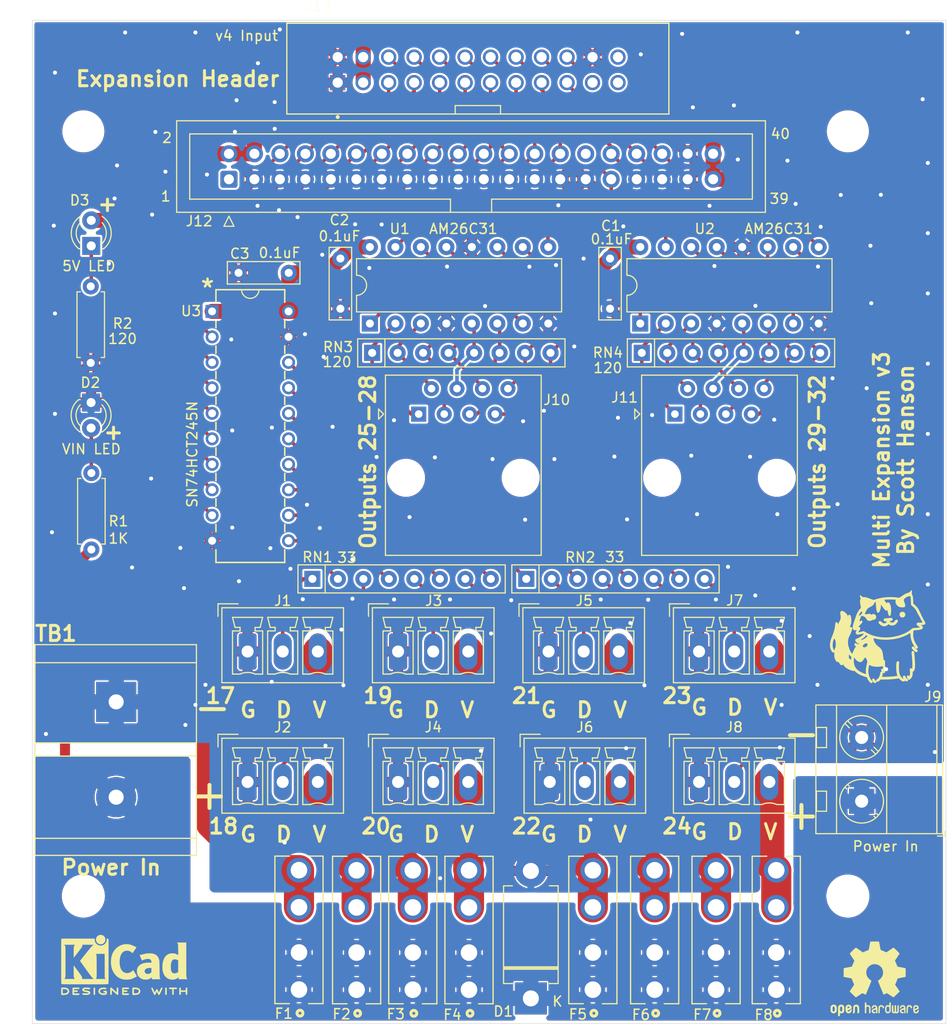
<source format=kicad_pcb>
(kicad_pcb (version 20211014) (generator pcbnew)
  (title_block (title "Multi Expansion") (date "2022-08-14") (rev "v3") (company "Scott Hanson"))
  (layers (0 "F.Cu" signal) (31 "B.Cu" signal) (34 "B.Paste" user) (35 "F.Paste" user) (36 "B.SilkS" user "B.Silkscreen") (37 "F.SilkS" user "F.Silkscreen") (38 "B.Mask" user) (39 "F.Mask" user) (44 "Edge.Cuts" user))
  (net 0 "")
  (net 1 "GND")
  (net 2 "+5V")
  (net 3 "Net-(RN1-Pad4)")
  (net 4 "Net-(RN1-Pad2)")
  (net 5 "Net-(RN2-Pad3)")
  (net 6 "Net-(RN2-Pad1)")
  (net 7 "Net-(RN1-Pad8)")
  (net 8 "Net-(RN1-Pad6)")
  (net 9 "Net-(RN2-Pad7)")
  (net 10 "Net-(RN2-Pad5)")
  (net 11 "VIN1")
  (net 12 "/Output 1-8/VOUT1")
  (net 13 "/Output 1-8/VOUT2")
  (net 14 "/Output 1-8/VOUT3")
  (net 15 "/Output 1-8/VOUT4")
  (net 16 "/Output 1-8/VOUT5")
  (net 17 "/Output 1-8/VOUT6")
  (net 18 "/Output 1-8/VOUT7")
  (net 19 "/Output 1-8/VOUT8")
  (net 20 "/Output 1-8/DOUT1")
  (net 21 "/Output 1-8/DOUT2")
  (net 22 "/Output 1-8/DOUT3")
  (net 23 "/Output 1-8/DOUT4")
  (net 24 "/Output 1-8/DOUT5")
  (net 25 "/Output 1-8/DOUT6")
  (net 26 "/Output 1-8/DOUT7")
  (net 27 "/Output 1-8/DOUT8")
  (net 28 "OUT32")
  (net 29 "OUT24")
  (net 30 "OUT31")
  (net 31 "OUT23")
  (net 32 "OUT30")
  (net 33 "OUT22")
  (net 34 "OUT21")
  (net 35 "OUT20")
  (net 36 "OUT27")
  (net 37 "OUT19")
  (net 38 "OUT26")
  (net 39 "OUT18")
  (net 40 "OUT25")
  (net 41 "OUT17")
  (net 42 "OUT29")
  (net 43 "OUT28")
  (net 44 "/Differential/Serial2_P")
  (net 45 "/Differential/Serial2_N")
  (net 46 "/Differential/Serial1_P")
  (net 47 "/Differential/Serial4_N")
  (net 48 "/Differential/Serial1_N")
  (net 49 "/Differential/Serial4_P")
  (net 50 "/Differential/Serial6_P")
  (net 51 "/Differential/Serial6_N")
  (net 52 "/Differential/Serial5_P")
  (net 53 "/Differential/Serial8_N")
  (net 54 "/Differential/Serial5_N")
  (net 55 "/Differential/Serial8_P")
  (net 56 "/Differential/Serial3_P")
  (net 57 "/Differential/Serial3_N")
  (net 58 "/Differential/Serial7_P")
  (net 59 "/Differential/Serial7_N")
  (net 60 "Net-(D2-Pad2)")
  (net 61 "Net-(D3-Pad1)")
  (footprint "Connector_Phoenix_MC:PhoenixContact_MCV_1,5_3-G-3.5_1x03_P3.50mm_Vertical" (layer "F.Cu") (at 89.1 129.6)
    (fp_text reference "J2")
    (fp_text value "String2")
  )
  (footprint "Connector_Phoenix_MC:PhoenixContact_MCV_1,5_3-G-3.5_1x03_P3.50mm_Vertical" (layer "F.Cu") (at 119.1 116.6)
    (fp_text reference "J5")
    (fp_text value "String5")
  )
  (footprint "Connector_Phoenix_MC:PhoenixContact_MCV_1,5_3-G-3.5_1x03_P3.50mm_Vertical" (layer "F.Cu") (at 119.214342 129.6)
    (fp_text reference "J6")
    (fp_text value "String6")
  )
  (footprint "Connector_Phoenix_MC:PhoenixContact_MCV_1,5_3-G-3.5_1x03_P3.50mm_Vertical" (layer "F.Cu") (at 134.1 116.6)
    (fp_text reference "J7")
    (fp_text value "String7")
  )
  (footprint "Connector_Phoenix_MC:PhoenixContact_MCV_1,5_3-G-3.5_1x03_P3.50mm_Vertical" (layer "F.Cu") (at 134.1 129.6)
    (fp_text reference "J8")
    (fp_text value "String8")
  )
  (footprint "Keystone_Fuse:FUSE_3544-2" (layer "F.Cu") (at 94.2226 144.3386 90)
    (fp_text reference "F1")
    (fp_text value "3544-2")
  )
  (footprint "Keystone_Fuse:FUSE_3544-2" (layer "F.Cu") (at 135.7926 144.3486 90)
    (fp_text reference "F7")
    (fp_text value "3544-2")
  )
  (footprint "Capacitor_THT:C_Rect_L7.0mm_W2.0mm_P5.00mm" (layer "F.Cu") (at 93.201 78.8678 180)
    (fp_text reference "C3")
    (fp_text value "0.1uF")
  )
  (footprint "Keystone_Fuse:FUSE_3544-2" (layer "F.Cu") (at 99.9676 144.3536 90)
    (fp_text reference "F2")
    (fp_text value "3544-2")
  )
  (footprint "Keystone_Fuse:FUSE_3544-2" (layer "F.Cu") (at 129.6726 144.3486 90)
    (fp_text reference "F6")
    (fp_text value "3544-2")
  )
  (footprint "Keystone_Fuse:FUSE_3544-2" (layer "F.Cu") (at 141.7931 144.3486 90)
    (fp_text reference "F8")
    (fp_text value "3544-2")
  )
  (footprint "Keystone_Fuse:FUSE_3544-2" (layer "F.Cu") (at 123.5126 144.3486 90)
    (fp_text reference "F5")
    (fp_text value "3544-2")
  )
  (footprint "Keystone_Fuse:FUSE_3544-2" (layer "F.Cu") (at 105.5676 144.3536 90)
    (fp_text reference "F3")
    (fp_text value "3544-2")
  )
  (footprint "Resistor_THT:R_Array_SIP8" (layer "F.Cu") (at 95.5615 109.3678)
    (fp_text reference "RN1")
    (fp_text value "33")
  )
  (footprint "Keystone_Fuse:FUSE_3544-2" (layer "F.Cu") (at 111.1676 144.3536 90)
    (fp_text reference "F4")
    (fp_text value "3544-2")
  )
  (footprint "Connector_Phoenix_MC:PhoenixContact_MCV_1,5_3-G-3.5_1x03_P3.50mm_Vertical" (layer "F.Cu") (at 89.1 116.6)
    (fp_text reference "J1")
    (fp_text value "String1")
  )
  (footprint "Connector_Phoenix_MC:PhoenixContact_MCV_1,5_3-G-3.5_1x03_P3.50mm_Vertical" (layer "F.Cu") (at 104.1 116.6)
    (fp_text reference "J3")
    (fp_text value "String3")
  )
  (footprint "Connector_Phoenix_MC:PhoenixContact_MCV_1,5_3-G-3.5_1x03_P3.50mm_Vertical" (layer "F.Cu") (at 104.1 129.6)
    (fp_text reference "J4")
    (fp_text value "String4")
  )
  (footprint "Diode_THT:D_DO-201AD_P12.70mm_Horizontal" (layer "F.Cu") (at 117.3326 151.1686 90)
    (fp_text reference "D1")
    (fp_text value "SB5100-T")
  )
  (footprint "Symbol:OSHW-Logo2_9.8x8mm_SilkScreen" (layer "F.Cu") (at 151.601 149.2178)
    (fp_text reference "REF**" hide)
    (fp_text value "OSHW-Logo2_9.8x8mm_SilkScreen" hide)
  )
  (footprint "Resistor_THT:R_Axial_DIN0207_L6.3mm_D2.5mm_P7.62mm_Horizontal" (layer "F.Cu") (at 73.531 98.8178 -90)
    (fp_text reference "R1")
    (fp_text value "1K")
  )
  (footprint "LED_THT:LED_D3.0mm_Clear" (layer "F.Cu") (at 73.517133 76.181833 90)
    (fp_text reference "D3")
    (fp_text value "5V LED")
  )
  (footprint "Resistor_THT:R_Axial_DIN0207_L6.3mm_D2.5mm_P7.62mm_Horizontal" (layer "F.Cu") (at 73.467133 87.841833 90)
    (fp_text reference "R2")
    (fp_text value "120")
  )
  (footprint "SN74HCT245N:SN74HCT245N" (layer "F.Cu") (at 93.185133 105.567833)
    (fp_text reference "U3")
    (fp_text value "SN74HCT245N")
  )
  (footprint "MountingHole:MountingHole_3.7mm" (layer "F.Cu") (at 72.731 140.9698)
    (fp_text reference "REF**")
    (fp_text value "MountingHole_3.7mm")
  )
  (footprint "MountingHole:MountingHole_3.7mm" (layer "F.Cu") (at 148.931 64.7698)
    (fp_text reference "REF**")
    (fp_text value "MountingHole_3.7mm")
  )
  (footprint "Resistor_THT:R_Array_SIP8" (layer "F.Cu") (at 116.876 109.3678)
    (fp_text reference "RN2")
    (fp_text value "33")
  )
  (footprint "Barrier_Blocks:BARRIER_BLOCK_1ROW_2POS_P9.5MM" (layer "F.Cu") (at 67.901 115.9178 -90)
    (fp_text reference "TB1")
    (fp_text value "Power In")
  )
  (footprint "LED_THT:LED_D3.0mm_Clear" (layer "F.Cu") (at 73.501 91.7928 -90)
    (fp_text reference "D2")
    (fp_text value "VIN LED")
  )
  (footprint "Symbol:KiCad-Logo2_5mm_SilkScreen" (layer "F.Cu") (at 76.801 147.8178)
    (fp_text reference "REF**" hide)
    (fp_text value "KiCad-Logo2_5mm_SilkScreen" hide)
  )
  (footprint "Package_DIP:DIP-16_W7.62mm" (layer "F.Cu") (at 101.290867 83.917767 90)
    (fp_text reference "U1")
    (fp_text value "AM26C31")
  )
  (footprint "Capacitor_THT:C_Rect_L7.0mm_W2.0mm_P5.00mm" (layer "F.Cu") (at 98.351 77.4428 -90)
    (fp_text reference "C2")
    (fp_text value "0.1uF")
  )
  (footprint "Capacitor_THT:C_Rect_L7.0mm_W2.0mm_P5.00mm" (layer "F.Cu") (at 125.226 77.4428 -90)
    (fp_text reference "C1")
    (fp_text value "0.1uF")
  )
  (footprint "Package_DIP:DIP-16_W7.62mm" (layer "F.Cu") (at 128.239 83.917767 90)
    (fp_text reference "U2")
    (fp_text value "AM26C31")
  )
  (footprint "Resistor_THT:R_Array_SIP8" (layer "F.Cu") (at 101.515867 86.842767)
    (fp_text reference "RN3")
    (fp_text value "120")
  )
  (footprint "Resistor_THT:R_Array_SIP8" (layer "F.Cu") (at 128.390867 86.842767)
    (fp_text reference "RN4")
    (fp_text value "120")
  )
  (footprint "Scotts:RJ45_Amphenol_54602-x08_Horizontal" (layer "F.Cu") (at 131.689 92.942767)
    (fp_text reference "J11")
    (fp_text value "RJ45")
  )
  (footprint "Scotts:RJ45_Amphenol_54602-x08_Horizontal" (layer "F.Cu") (at 106.158367 92.942767)
    (fp_text reference "J10")
    (fp_text value "RJ45")
  )
  (footprint "TerminalBlock_MetzConnect:TerminalBlock_MetzConnect_Type701_RT11L02HGLU_1x02_P6.35mm_Horizontal" (layer "F.Cu") (at 150.301 131.5178 90)
    (fp_text reference "J9")
    (fp_text value "Power In")
  )
  (footprint "Connector_IDC:IDC-Header_2x20_P2.54mm_Vertical" (layer "F.Cu") (at 87.241 69.5453 90)
    (fp_text reference "J12")
    (fp_text value "Expansion Header")
  )
  (footprint "302-S241:OST_302-S241" (layer "F.Cu") (at 112.051 58.6428)
    (fp_text reference "J13")
    (fp_text value "v4 Input")
  )
  (footprint "Scotts:chewi_15" (layer "F.Cu") (at 151.691 113.9678)
    (fp_text reference "G***")
    (fp_text value "LOGO" hide)
  )
  (footprint "MountingHole:MountingHole_3.7mm" (layer "F.Cu") (at 148.931 140.9698)
    (fp_text reference "REF**")
    (fp_text value "MountingHole_3.7mm")
  )
  (footprint "MountingHole:MountingHole_3.7mm" (layer "F.Cu") (at 72.731 64.7698)
    (fp_text reference "REF**")
    (fp_text value "MountingHole_3.7mm")
  )
  (gr_line (start 158.701 153.6698) (end 158.701 53.7) (layer "Edge.Cuts") (width 0.05))
  (gr_line (start 67.651 53.7) (end 67.651 153.6698) (layer "Edge.Cuts") (width 0.05))
  (gr_line (start 158.701 53.7) (end 67.651 53.7) (layer "Edge.Cuts") (width 0.05))
  (gr_line (start 158.701 153.6698) (end 67.651 153.6698) (layer "Edge.Cuts") (width 0.05))
  (gr_text "G" (at 103.886 134.828) (layer "F.SilkS") (effects (font (size 1.5 1.5) (thickness 0.3))))
  (gr_text "D" (at 122.682 134.828) (layer "F.SilkS") (effects (font (size 1.5 1.5) (thickness 0.3))))
  (gr_text "G" (at 119.126 134.828) (layer "F.SilkS") (effects (font (size 1.5 1.5) (thickness 0.3))))
  (gr_text "D" (at 137.668 134.574) (layer "F.SilkS") (effects (font (size 1.5 1.5) (thickness 0.3))))
  (gr_text "D" (at 107.442 134.828) (layer "F.SilkS") (effects (font (size 1.5 1.5) (thickness 0.3))))
  (gr_text "V" (at 96.266 134.828) (layer "F.SilkS") (effects (font (size 1.5 1.5) (thickness 0.3))))
  (gr_text "G" (at 134.112 134.574) (layer "F.SilkS") (effects (font (size 1.5 1.5) (thickness 0.3))))
  (gr_text "V" (at 110.998 134.828) (layer "F.SilkS") (effects (font (size 1.5 1.5) (thickness 0.3))))
  (gr_text "G" (at 89.154 134.828) (layer "F.SilkS") (effects (font (size 1.5 1.5) (thickness 0.3))))
  (gr_text "D" (at 92.71 134.828) (layer "F.SilkS") (effects (font (size 1.5 1.5) (thickness 0.3))))
  (gr_text "V" (at 141.224 134.574) (layer "F.SilkS") (effects (font (size 1.5 1.5) (thickness 0.3))))
  (gr_text "V" (at 126.238 134.828) (layer "F.SilkS") (effects (font (size 1.5 1.5) (thickness 0.3))))
  (gr_text "D" (at 92.71 122.428) (layer "F.SilkS") (effects (font (size 1.5 1.5) (thickness 0.3))))
  (gr_text "G" (at 89.154 122.428) (layer "F.SilkS") (effects (font (size 1.5 1.5) (thickness 0.3))))
  (gr_text "V" (at 96.266 122.428) (layer "F.SilkS") (effects (font (size 1.5 1.5) (thickness 0.3))))
  (gr_text "${TITLE} ${REVISION}\nBy ${COMPANY}" (at 153.501 97.5178 90) (layer "F.SilkS") (effects (font (size 1.5 1.5) (thickness 0.3))))
  (gr_text "22" (at 116.901 134.0178) (layer "F.SilkS") (effects (font (size 1.5 1.5) (thickness 0.3))))
  (gr_text "18" (at 86.701 134.0178) (layer "F.SilkS") (effects (font (size 1.5 1.5) (thickness 0.3))))
  (gr_text "2" (at 81.075133 65.4178) (layer "F.SilkS") (effects (font (size 1 1))))
  (gr_text "40" (at 142.201 65.0178) (layer "F.SilkS") (effects (font (size 1 1))))
  (gr_text "1" (at 80.945133 71.2478) (layer "F.SilkS") (effects (font (size 1 1))))
  (gr_text "39" (at 142.091 71.4878) (layer "F.SilkS") (effects (font (size 1 1))))
  (gr_text "-" (at 144.301 124.7178) (layer "F.SilkS") (effects (font (size 3 3) (thickness 0.4))))
  (gr_text "+" (at 144.301 132.8178) (layer "F.SilkS") (effects (font (size 3 3) (thickness 0.4))))
  (gr_text "+" (at 75.135133 71.987833) (layer "F.SilkS") (effects (font (size 1.5 1.5) (thickness 0.3))))
  (gr_text "20" (at 101.901 134.0178) (layer "F.SilkS") (effects (font (size 1.5 1.5) (thickness 0.3))))
  (gr_text "D" (at 137.668 122.174) (layer "F.SilkS") (effects (font (size 1.5 1.5) (thickness 0.3))))
  (gr_text "+" (at 85.301 130.8178) (layer "F.SilkS") (effects (font (size 3 3) (thickness 0.4))))
  (gr_text "G" (at 119.126 122.428) (layer "F.SilkS") (effects (font (size 1.5 1.5) (thickness 0.3))))
  (gr_text "Outputs 25-28" (at 101.090867 97.692767 90) (layer "F.SilkS") (effects (font (size 1.5 1.5) (thickness 0.3))))
  (gr_text "24" (at 131.901 134.0178) (layer "F.SilkS") (effects (font (size 1.5 1.5) (thickness 0.3))))
  (gr_text "V" (at 141.224 122.174) (layer "F.SilkS") (effects (font (size 1.5 1.5) (thickness 0.3))))
  (gr_text "19" (at 102.101 121.0178) (layer "F.SilkS") (effects (font (size 1.5 1.5) (thickness 0.3))))
  (gr_text "Outputs 29-32" (at 145.890867 97.692767 90) (layer "F.SilkS") (effects (font (size 1.5 1.5) (thickness 0.3))))
  (gr_text "-" (at 85.601 122.1178) (layer "F.SilkS") (effects (font (size 3 3) (thickness 0.4))))
  (gr_text "21" (at 116.901 121.0178) (layer "F.SilkS") (effects (font (size 1.5 1.5) (thickness 0.3))))
  (gr_text "17" (at 86.401 121.0178) (layer "F.SilkS") (effects (font (size 1.5 1.5) (thickness 0.3))))
  (gr_text "+" (at 75.631 94.8228 90) (layer "F.SilkS") (effects (font (size 1.5 1.5) (thickness 0.3))))
  (gr_text "23" (at 131.901 121.0178) (layer "F.SilkS") (effects (font (size 1.5 1.5) (thickness 0.3))))
  (gr_text "D" (at 122.682 122.428) (layer "F.SilkS") (effects (font (size 1.5 1.5) (thickness 0.3))))
  (gr_text "G" (at 103.886 122.428) (layer "F.SilkS") (effects (font (size 1.5 1.5) (thickness 0.3))))
  (gr_text "V" (at 110.998 122.428) (layer "F.SilkS") (effects (font (size 1.5 1.5) (thickness 0.3))))
  (gr_text "V" (at 126.238 122.428) (layer "F.SilkS") (effects (font (size 1.5 1.5) (thickness 0.3))))
  (gr_text "G" (at 134.112 122.174) (layer "F.SilkS") (effects (font (size 1.5 1.5) (thickness 0.3))))
  (gr_text "D" (at 107.442 122.428) (layer "F.SilkS") (effects (font (size 1.5 1.5) (thickness 0.3))))
  (via (at 122.591 77.4478) (size 0.8) (drill 0.4) (layers "F.Cu" "B.Cu") (net 1))
  (via (at 93.371 108.3578) (size 0.8) (drill 0.4) (layers "F.Cu" "B.Cu") (net 1))
  (via (at 117.191 78.2578) (size 0.8) (drill 0.4) (layers "F.Cu" "B.Cu") (net 1))
  (via (at 145.121 115.0618) (size 0.8) (drill 0.4) (layers "F.Cu" "B.Cu") (net 1))
  (via (at 79.911 64.8278) (size 0.8) (drill 0.4) (layers "F.Cu" "B.Cu") (net 1))
  (via (at 129.421 93.0378) (size 0.8) (drill 0.4) (layers "F.Cu" "B.Cu") (net 1))
  (via (at 96.541 77.0678) (size 0.8) (drill 0.4) (layers "F.Cu" "B.Cu") (net 1))
  (via (at 157.601 126.6178) (size 0.8) (drill 0.4) (layers "F.Cu" "B.Cu") (net 1))
  (via (at 156.901 94.9178) (size 0.8) (drill 0.4) (layers "F.Cu" "B.Cu") (net 1))
  (via (at 123.277 133.3498) (size 0.8) (drill 0.4) (layers "F.Cu" "B.Cu") (net 1))
  (via (at 84.901 119.9178) (size 0.8) (drill 0.4) (layers "F.Cu" "B.Cu") (net 1))
  (via (at 79.585133 73.067833) (size 0.8) (drill 0.4) (layers "F.Cu" "B.Cu") (net 1))
  (via (at 96.681 87.2378) (size 0.8) (drill 0.4) (layers "F.Cu" "B.Cu") (net 1))
  (via (at 90.091 72.1878) (size 0.8) (drill 0.4) (layers "F.Cu" "B.Cu") (net 1))
  (via (at 156.901 102.9178) (size 0.8) (drill 0.4) (layers "F.Cu" "B.Cu") (net 1))
  (via (at 147.401 89.3778) (size 0.8) (drill 0.4) (layers "F.Cu" "B.Cu") (net 1))
  (via (at 87.571 104.2578) (size 0.8) (drill 0.4) (layers "F.Cu" "B.Cu") (net 1))
  (via (at 88.241 109.5978) (size 0.8) (drill 0.4) (layers "F.Cu" "B.Cu") (net 1))
  (via (at 137.961 67.5778) (size 0.8) (drill 0.4) (layers "F.Cu" "B.Cu") (net 1))
  (via (at 83.901 54.9178) (size 0.8) (drill 0.4) (layers "F.Cu" "B.Cu") (net 1))
  (via (at 116.761 103.4678) (size 0.8) (drill 0.4) (layers "F.Cu" "B.Cu") (net 1))
  (via (at 88.001 61.6678) (size 0.8) (drill 0.4) (layers "F.Cu" "B.Cu") (net 1))
  (via (at 142.151 126.1678) (size 0.8) (drill 0.4) (layers "F.Cu" "B.Cu") (net 1))
  (via (at 80.911 68.7878) (size 0.8) (drill 0.4) (layers "F.Cu" "B.Cu") (net 1))
  (via (at 148.221 71.1078) (size 0.8) (drill 0.4) (layers "F.Cu" "B.Cu") (net 1))
  (via (at 99.551 111.3428) (size 0.8) (drill 0.4) (layers "F.Cu" "B.Cu") (net 1))
  (via (at 152.741 118.3638) (size 0.8) (drill 0.4) (layers "F.Cu" "B.Cu") (net 1))
  (via (at 108.291 139.1918) (size 0.8) (drill 0.4) (layers "F.Cu" "B.Cu") (net 1))
  (via (at 135.631 78.1878) (size 0.8) (drill 0.4) (layers "F.Cu" "B.Cu") (net 1))
  (via (at 76.901 54.9178) (size 0.8) (drill 0.4) (layers "F.Cu" "B.Cu") (net 1))
  (via (at 82.901 123.9178) (size 0.8) (drill 0.4) (layers "F.Cu" "B.Cu") (net 1))
  (via (at 145.901 119.9178) (size 0.8) (drill 0.4) (layers "F.Cu" "B.Cu") (net 1))
  (via (at 112.355 126.4918) (size 0.8) (drill 0.4) (layers "F.Cu" "B.Cu") (net 1))
  (via (at 103.701 111.4178) (size 0.8) (drill 0.4) (layers "F.Cu" "B.Cu") (net 1))
  (via (at 87.841 64.8178) (size 0.8) (drill 0.4) (layers "F.Cu" "B.Cu") (net 1))
  (via (at 91.521 94.2878) (size 0.8) (drill 0.4) (layers "F.Cu" "B.Cu") (net 1))
  (via (at 126.011 93.3078) (size 0.8) (drill 0.4) (layers "F.Cu" "B.Cu") (net 1))
  (via (at 127.251 113.7678) (size 0.8) (drill 0.4) (layers "F.Cu" "B.Cu") (net 1))
  (via (at 156.901 80.9178) (size 0.8) (drill 0.4) (layers "F.Cu" "B.Cu") (net 1))
  (via (at 151.181 76.1678) (size 0.8) (drill 0.4) (layers "F.Cu" "B.Cu") (net 1))
  (via (at 69.601 104.7178) (size 0.8) (drill 0.4) (layers "F.Cu" "B.Cu") (net 1))
  (via (at 94.821 84.9778) (size 0.8) (drill 0.4) (layers "F.Cu" "B.Cu") (net 1))
  (via (at 156.901 74.9178) (size 0.8) (drill 0.4) (layers "F.Cu" "B.Cu") (net 1))
  (via (at 75.845133 71.457833) (size 0.8) (drill 0.4) (layers "F.Cu" "B.Cu") (net 1))
  (via (at 124.301 111.4178) (size 0.8) (drill 0.4) (layers "F.Cu" "B.Cu") (net 1))
  (via (at 133.481 62.3778) (size 0.8) (drill 0.4) (layers "F.Cu" "B.Cu") (net 1))
  (via (at 119.841 78.0978) (size 0.8) (drill 0.4) (layers "F.Cu" "B.Cu") (net 1))
  (via (at 143.901 54.9178) (size 0.8) (drill 0.4) (layers "F.Cu" "B.Cu") (net 1))
  (via (at 69.785133 74.167833) (size 0.8) (drill 0.4) (layers "F.Cu" "B.Cu") (net 1))
  (via (at 142.327 113.5378) (size 0.8) (drill 0.4) (layers "F.Cu" "B.Cu") (net 1))
  (via (at 119.681 97.4278) (size 0.8) (drill 0.4) (layers "F.Cu" "B.Cu") (net 1))
  (via (at 69.901 82.9178) (size 0.8) (drill 0.4) (layers "F.Cu" "B.Cu") (net 1))
  (via (at 150.8005 90.368618) (size 0.8) (drill 0.4) (layers "F.Cu" "B.Cu") (net 1))
  (via (at 90.131 57.9778) (size 0.8) (drill 0.4) (layers "F.Cu" "B.Cu") (net 1))
  (via (at 139.721 82.1578) (size 0.8) (drill 0.4) (layers "F.Cu" "B.Cu") (net 1))
  (via (at 92.231 72.6278) (size 0.8) (drill 0.4) (layers "F.Cu" "B.Cu") (net 1))
  (via (at 91.801 61.8578) (size 0.8) (drill 0.4) (layers "F.Cu" "B.Cu") (net 1))
  (via (at 151.261 81.8978) (size 0.8) (drill 0.4) (layers "F.Cu" "B.Cu") (net 1))
  (via (at 133.321 97.0878) (size 0.8) (drill 0.4) (layers "F.Cu" "B.Cu") (net 1))
  (via (at 126.921 103.4378) (size 0.8) (drill 0.4) (layers "F.Cu" "B.Cu") (net 1))
  (via (at 146.221 74.2778) (size 0.8) (drill 0.4) (layers "F.Cu" "B.Cu") (net 1))
  (via (at 103.691 93.5578) (size 0.8) (drill 0.4) (layers "F.Cu" "B.Cu") (net 1))
  (via (at 133.901 102.9178) (size 0.8) (drill 0.4) (layers "F.Cu" "B.Cu") (net 1))
  (via (at 105.241 103.2078) (size 0.8) (drill 0.4) (layers "F.Cu" "B.Cu") (net 1))
  (via (at 126.551 74.2378) (size 0.8) (drill 0.4) (layers "F.Cu" "B.Cu") (net 1))
  (via (at 129.026 111.4428) (size 0.8) (drill 0.4) (layers "F.Cu" "B.Cu") (net 1))
  (via (at 82.761 110.2878) (size 0.8) (drill 0.4) (layers "F.Cu" "B.Cu") (net 1))
  (via (at 141.591 93.4978) (size 0.8) (drill 0.4) (layers "F.Cu" "B.Cu") (net 1))
  (via (at 146.186108 96.456103) (size 0.8) (drill 0.4) (layers "F.Cu" "B.Cu") (net 1))
  (via (at 91.371 106.3078) (size 0.8) (drill 0.4) (layers "F.Cu" "B.Cu") (net 1))
  (via (at 98.651 119.9678) (size 0.8) (drill 0.4) (layers "F.Cu" "B.Cu") (net 1))
  (via (at 132.411 55.0578) (size 0.8) (drill 0.4) (layers "F.Cu" "B.Cu") (net 1))
  (via (at 109.276 111.4178) (size 0.8) (drill 0.4) (layers "F.Cu" "B.Cu") (net 1))
  (via (at 118.635 92.6128) (size 0.8) (drill 0.4) (layers "F.Cu" "B.Cu") (net 1))
  (via (at 82.401 106.2778) (size 0.8) (drill 0.4) (layers "F.Cu" "B.Cu") (net 1))
  (via (at 92.797 135.6358) (size 0.8) (drill 0.4) (layers "F.Cu" "B.Cu") (net 1))
  (via (at 96.861 125.9838) (size 0.8) (drill 0.4) (layers "F.Cu" "B.Cu") (net 1))
  (via (at 83.901 121.9178) (size 0.8) (drill 0.4) (layers "F.Cu" "B.Cu") (net 1))
  (via (at 142.327 121.9198) (size 0.8) (drill 0.4) (layers "F.Cu" "B.Cu") (net 1))
  (via (at 139.181 97.1978) (size 0.8) (drill 0.4) (layers "F.Cu" "B.Cu") (net 1))
  (via (at 128.291 57.0978) (size 0.8) (drill 0.4) (layers "F.Cu" "B.Cu") (net 1))
  (via (at 113.511 97.4278) (size 0.8) (drill 0.4) (layers "F.Cu" "B.Cu") (net 1))
  (via (at 156.901 87.9178) (size 0.8) (drill 0.4) (layers "F.Cu" "B.Cu") (net 1))
  (via (at 69.001 124.8178) (size 0.8) (drill 0.4) (layers "F.Cu" "B.Cu") (net 1))
  (via (at 137.571 62.1878) (size 0.8) (drill 0.4) (layers "F.Cu" "B.Cu") (net 1))
  (via (at 143.541 110.3278) (size 0.8) (drill 0.4) (layers "F.Cu" "B.Cu") (net 1))
  (via (at 102.461 74.0478) (size 0.8) (drill 0.4) (layers "F.Cu" "B.Cu") (net 1))
  (via (at 152.217133 71.091833) (size 0.8) (drill 0.4) (layers "F.Cu" "B.Cu") (net 1))
  (via (at 145.951 78.2478) (size 0.8) (drill 0.4) (layers "F.Cu" "B.Cu") (net 1))
  (via (at 116.561 93.6578) (size 0.8) (drill 0.4) (layers "F.Cu" "B.Cu") (net 1))
  (via (at 156.385133 61.567833) (size 0.8) (drill 0.4) (layers "F.Cu" "B.Cu") (net 1))
  (via (at 143.721 71.9978) (size 0.8) (drill 0.4) (layers "F.Cu" "B.Cu") (net 1))
  (via (at 139.701 111.0178) (size 0.8) (drill 0.4) (layers "F.Cu" "B.Cu") (net 1))
  (via (at 108.981 78.2478) (size 0.8) (drill 0.4) (layers "F.Cu" "B.Cu") (net 1))
  (via (at 92.311 54.6178) (size 0.8) (drill 0.4) (layers "F.Cu" "B.Cu") (net 1))
  (via (at 112.771 82.1778) (size 0.8) (drill 0.4) (layers "F.Cu" "B.Cu") (net 1))
  (via (at 99.541 107.4178) (size 0.8) (drill 0.4) (layers "F.Cu" "B.Cu") (net 1))
  (via (at 96.301 104.2978) (size 0.8) (drill 0.4) (layers "F.Cu" "B.Cu") (net 1))
  (via (at 91.501 119.6178) (size 0.8) (drill 0.4) (layers "F.Cu" "B.Cu") (net 1))
  (via (at 120.071 72.1378) (size 0.8) (drill 0.4) (layers "F.Cu" "B.Cu") (net 1))
  (via (at 147.901 101.9178) (size 0.8) (drill 0.4) (layers "F.Cu" "B.Cu") (net 1))
  (via (at 121.661 86.2078) (size 0.8) (drill 0.4) (layers "F.Cu" "B.Cu") (net 1))
  (via (at 101.961 97.2178) (size 0.8) (drill 0.4) (layers "F.Cu" "B.Cu") (net 1))
  (via (at 101.231 78.3878) (size 0.8) (drill 0.4) (layers "F.Cu" "B.Cu") (net 1))
  (via (at 87.571 94.5778) (size 0.8) (drill 0.4) (layers "F.Cu" "B.Cu") (net 1))
  (via (at 113.371 114.8078) (size 0.8) (drill 0.4) (layers "F.Cu" "B.Cu") (net 1))
  (via (at 76.091 68.1678) (size 0.8) (drill 0.4) (layers "F.Cu" "B.Cu") (net 1))
  (via (at 156.901 109.9178) (size 0.8) (drill 0.4) (layers "F.Cu" "B.Cu") (net 1))
  (via (at 126.833 126.2378) (size 0.8) (drill 0.4) (layers "F.Cu" "B.Cu") (net 1))
  (via (at 142.911 67.6878) (size 0.8) (drill 0.4) (layers "F.Cu" "B.Cu") (net 1))
  (via (at 125.661 97.1778) (size 0.8) (drill 0.4) (layers "F.Cu" "B.Cu") (net 1))
  (via (at 91.801 64.5178) (size 0.8) (drill 0.4) (layers "F.Cu" "B.Cu") (net 1))
  (via (at 135.141 72.1878) (size 0.8) (drill 0.4) (layers "F.Cu" "B.Cu") (net 1))
  (via (at 94.601 111.3928) (size 0.8) (drill 0.4) (layers "F.Cu" "B.Cu") (net 1))
  (via (at 69.901 58.9178) (size 0.8) (drill 0.4) (layers "F.Cu" "B.Cu") (net 1))
  (via (at 95.021 101.9778) (size 0.8) (drill 0.4) (layers "F.Cu" "B.Cu") (net 1))
  (via (at 115.376 111.4928) (size 0.8) (drill 0.4) (layers "F.Cu" "B.Cu") (net 1))
  (via (at 107.771 97.2578) (size 0.8) (drill 0.4) (layers "F.Cu" "B.Cu") (net 1))
  (via (at 85.051 69.0778) (size 0.8) (drill 0.4) (layers "F.Cu" "B.Cu") (net 1))
  (via (at 75.275133 77.937833) (size 0.8) (drill 0.4) (layers "F.Cu" "B.Cu") (net 1))
  (via (at 128.651 119.9678) (size 0.8) (drill 0.4) (layers "F.Cu" "B.Cu") (net 1))
  (via (at 98.451 114.4178) (size 0.8) (drill 0.4) (layers "F.Cu" "B.Cu") (net 1))
  (via (at 154.901 54.9178) (size 0.8) (drill 0.4) (layers "F.Cu" "B.Cu") (net 1))
  (via (at 156.901 119.9178) (size 0.8) (drill 0.4) (layers "F.Cu" "B.Cu") (net 1))
  (via (at 135.776 111.4178) (size 0.8) (drill 0.4) (layers "F.Cu" "B.Cu") (net 1))
  (via (at 79.485133 99.367833) (size 0.8) (drill 0.4) (layers "F.Cu" "B.Cu") (net 1))
  (via (at 87.475133 85.507833) (size 0.8) (drill 0.4) (layers "F.Cu" "B.Cu") (net 1))
  (via (at 77.585133 108.227833) (size 0.8) (drill 0.4) (layers "F.Cu" "B.Cu") (net 1))
  (via (at 94.081 73.3178) (size 0.8) (drill 0.4) (layers "F.Cu" "B.Cu") (net 1))
  (via (at 69.901 92.9178) (size 0.8) (drill 0.4) (layers "F.Cu" "B.Cu") (net 1))
  (via (at 99.821 74.0278) (size 0.8) (drill 0.4) (layers "F.Cu" "B.Cu") (net 1))
  (via (at 97.571 94.2078) (size 0.8) (drill 0.4) (layers "F.Cu" "B.Cu") (net 1))
  (via (at 156.901 67.9178) (size 0.8) (drill 0.4) (layers "F.Cu" "B.Cu") (net 1))
  (via (at 136.982867 108.162767) (size 0.8) (drill 0.4) (layers "F.Cu" "B.Cu") (net 1))
  (via (at 141.901 102.9178) (size 0.8) (drill 0.4) (layers "F.Cu" "B.Cu") (net 1))
  (segment (start 119.214342 129.6) (end 117.4426 131.371742) (width 3) (layer "B.Cu") (net 1))
  (segment (start 117.4426 131.371742) (end 117.4426 138.3586) (width 3) (layer "B.Cu") (net 1))
  (segment (start 117.4426 138.3586) (end 117.3326 138.4686) (width 3) (layer "B.Cu") (net 1))
  (segment (start 96.926 78.8678) (end 93.201 78.8678) (width 1.5) (layer "F.Cu") (net 2))
  (segment (start 89.685133 84.680133) (end 91.657433 82.707833) (width 1.5) (layer "F.Cu") (net 2))
  (segment (start 123.376 94.1928) (end 123.376 79.2928) (width 1.5) (layer "F.Cu") (net 2))
  (segment (start 98.351 77.4428) (end 96.926 78.8678) (width 1.5) (layer "F.Cu") (net 2))
  (segment (start 144.0035 69.5453) (end 135.501 69.5453) (width 1.5) (layer "F.Cu") (net 2))
  (segment (start 91.657433 82.707833) (end 93.185133 82.707833) (width 1.5) (layer "F.Cu") (net 2))
  (segment (start 149.351 91.2428) (end 149.351 74.8928) (width 1.5) (layer "F.Cu") (net 2))
  (segment (start 149.351 74.8928) (end 144.0035 69.5453) (width 1.5) (layer "F.Cu") (net 2))
  (segment (start 77.435133 104.017833) (end 77.435133 69.817833) (width 1.5) (layer "F.Cu") (net 2))
  (segment (start 89.685133 84.680133) (end 89.685133 105.467833) (width 1.5) (layer "F.Cu") (net 2))
  (segment (start 81.845133 108.427833) (end 77.435133 104.017833) (width 1.5) (layer "F.Cu") (net 2))
  (segment (start 87.712833 82.707833) (end 89.685133 84.680133) (width 1.5) (layer "F.Cu") (net 2))
  (segment (start 129.211 55.0078) (end 100.411 55.0078) (width 1.5) (layer "F.Cu") (net 2))
  (segment (start 101.525 95.3928) (end 122.176 95.3928) (width 1.5) (layer "F.Cu") (net 2))
  (segment (start 98.765 92.6328) (end 101.525 95.3928) (width 1.5) (layer "F.Cu") (net 2))
  (segment (start 99.496033 76.297767) (end 98.351 77.4428) (width 1.5) (layer "F.Cu") (net 2))
  (segment (start 100.621 55.2178) (end 100.411 55.0078) (width 1.5) (layer "F.Cu") (net 2))
  (segment (start 89.781 61.0478) (end 89.781 67.0053) (width 1.5) (layer "F.Cu") (net 2))
  (segment (start 98.765 86.3568) (end 98.765 92.6328) (width 1.5) (layer "F.Cu") (net 2))
  (segment (start 93.201 78.8678) (end 93.201 82.691966) (width 1.5) (layer "F.Cu") (net 2))
  (segment (start 85.565133 82.707833) (end 87.712833 82.707833) (width 1.5) (layer "F.Cu") (net 2))
  (segment (start 135.501 69.5453) (end 135.501 67.0053) (width 1.5) (layer "F.Cu") (net 2))
  (segment (start 93.201 82.691966) (end 93.185133 82.707833) (width 1.5) (layer "F.Cu") (net 2))
  (segment (start 77.435133 69.817833) (end 80.247666 67.0053) (width 1.5) (layer "F.Cu") (net 2))
  (segment (start 93.185133 82.707833) (end 95.116033 82.707833) (width 1.5) (layer "F.Cu") (net 2))
  (segment (start 80.247666 67.0053) (end 87.241 67.0053) (width 1.5) (layer "F.Cu") (net 2))
  (segment (start 100.411 55.0078) (end 95.821 55.0078) (width 1.5) (layer "F.Cu") (net 2))
  (segment (start 100.621 59.9128) (end 100.621 57.3728) (width 1.5) (layer "F.Cu") (net 2))
  (segment (start 73.517133 73.641833) (end 76.989819 73.641833) (width 1.5) (layer "F.Cu") (net 2))
  (segment (start 122.176 95.3928) (end 123.376 94.1928) (width 1.5) (layer "F.Cu") (net 2))
  (segment (start 123.376 79.2928) (end 125.226 77.4428) (width 1.5) (layer "F.Cu") (net 2))
  (segment (start 101.290867 76.297767) (end 99.496033 76.297767) (width 1.5) (layer "F.Cu") (net 2))
  (segment (start 126.371033 76.297767) (end 125.226 77.4428) (width 1.5) (layer "F.Cu") (net 2))
  (segment (start 89.685133 105.467833) (end 86.725133 108.427833) (width 1.5) (layer "F.Cu") (net 2))
  (segment (start 128.239 76.297767) (end 126.371033 76.297767) (width 1.5) (layer "F.Cu") (net 2))
  (segment (start 145.201 95.3928) (end 149.351 91.2428) (width 1.5) (layer "F.Cu") (net 2))
  (segment (start 86.725133 108.427833) (end 81.845133 108.427833) (width 1.5) (layer "F.Cu") (net 2))
  (segment (start 100.621 57.3728) (end 100.621 55.2178) (width 1.5) (layer "F.Cu") (net 2))
  (segment (start 122.176 95.3928) (end 145.201 95.3928) (width 1.5) (layer "F.Cu") (net 2))
  (segment (start 135.501 61.2978) (end 129.211 55.0078) (width 1.5) (layer "F.Cu") (net 2))
  (segment (start 95.821 55.0078) (end 89.781 61.0478) (width 1.5) (layer "F.Cu") (net 2))
  (segment (start 95.116033 82.707833) (end 98.765 86.3568) (width 1.5) (layer "F.Cu") (net 2))
  (segment (start 135.501 67.0053) (end 135.501 61.2978) (width 1.5) (layer "F.Cu") (net 2))
  (segment (start 89.781 67.0053) (end 87.241 67.0053) (width 1.5) (layer "F.Cu") (net 2))
  (segment (start 103.1815 109.3678) (end 103.050876 109.3678) (width 0.35) (layer "F.Cu") (net 3))
  (segment (start 96.710909 103.027833) (end 93.185133 103.027833) (width 0.35) (layer "F.Cu") (net 3))
  (segment (start 103.050876 109.3678) (end 96.710909 103.027833) (width 0.35) (layer "F.Cu") (net 3))
  (segment (start 94.301533 105.567833) (end 93.185133 105.567833) (width 0.35) (layer "F.Cu") (net 4))
  (segment (start 98.1015 109.3678) (end 94.301533 105.567833) (width 0.35) (layer "F.Cu") (net 4))
  (segment (start 95.085133 96.529283) (end 104.423151 105.867301) (width 0.35) (layer "F.Cu") (net 5))
  (segment (start 93.185133 92.867833) (end 95.085133 94.767833) (width 0.35) (layer "F.Cu") (net 5))
  (segment (start 104.423151 105.867301) (end 118.455501 105.867301) (width 0.35) (layer "F.Cu") (net 5))
  (segment (start 95.085133 94.767833) (end 95.085133 96.529283) (width 0.35) (layer "F.Cu") (net 5))
  (segment (start 118.455501 105.867301) (end 121.956 109.3678) (width 0.35) (layer "F.Cu") (net 5))
  (segment (start 116.876 109.3678) (end 113.925002 106.416802) (width 0.35) (layer "F.Cu") (net 6))
  (segment (start 113.925002 106.416802) (end 104.194102 106.416802) (width 0.35) (layer "F.Cu") (net 6))
  (segment (start 104.194102 106.416802) (end 93.185133 95.407833) (width 0.35) (layer "F.Cu") (net 6))
  (segment (start 110.940003 106.966303) (end 113.3415 109.3678) (width 0.35) (layer "F.Cu") (net 7))
  (segment (start 102.203603 106.966303) (end 110.940003 106.966303) (width 0.35) (layer "F.Cu") (net 7))
  (segment (start 93.185133 97.947833) (end 102.203603 106.966303) (width 0.35) (layer "F.Cu") (net 7))
  (segment (start 94.948021 100.487833) (end 101.975992 107.515804) (width 0.35) (layer "F.Cu") (net 8))
  (segment (start 93.185133 100.487833) (end 94.948021 100.487833) (width 0.35) (layer "F.Cu") (net 8))
  (segment (start 101.975992 107.515804) (end 106.409504 107.515804) (width 0.35) (layer "F.Cu") (net 8))
  (segment (start 106.409504 107.515804) (end 108.2615 109.3678) (width 0.35) (layer "F.Cu") (net 8))
  (segment (start 104.703594 104.5928) (end 96.185155 96.074361) (width 0.35) (layer "F.Cu") (net 9))
  (segment (start 96.185155 96.074361) (end 96.185155 90.787855) (width 0.35) (layer "F.Cu") (net 9))
  (segment (start 132.116 109.3678) (end 127.341 104.5928) (width 0.35) (layer "F.Cu") (net 9))
  (segment (start 96.185155 90.787855) (end 93.185133 87.787833) (width 0.35) (layer "F.Cu") (net 9))
  (segment (start 127.341 104.5928) (end 104.703594 104.5928) (width 0.35) (layer "F.Cu") (net 9))
  (segment (start 95.635144 96.302182) (end 104.650762 105.3178) (width 0.35) (layer "F.Cu") (net 10))
  (segment (start 104.650762 105.3178) (end 123.001 105.3178) (width 0.35) (layer "F.Cu") (net 10))
  (segment (start 127.036 109.3528) (end 127.036 109.3678) (width 0.35) (layer "F.Cu") (net 10))
  (segment (start 95.635144 92.777844) (end 95.635144 96.302182) (width 0.35) (layer "F.Cu") (net 10))
  (segment (start 123.001 105.3178) (end 127.036 109.3528) (width 0.35) (layer "F.Cu") (net 10))
  (segment (start 93.185133 90.327833) (end 95.635144 92.777844) (width 0.35) (layer "F.Cu") (net 10))
  (segment (start 70.901 109.0678) (end 70.901 127.5178) (width 1) (layer "F.Cu") (net 11))
  (segment (start 71.301 127.9178) (end 72.801 127.9178) (width 1) (layer "F.Cu") (net 11))
  (segment (start 70.901 127.5178) (end 71.301 127.9178) (width 1) (layer "F.Cu") (net 11))
  (segment (start 73.531 106.4378) (end 70.901 109.0678) (width 1) (layer "F.Cu") (net 11))
  (segment (start 72.801 127.9178) (end 76.001 131.1178) (width 1) (layer "F.Cu") (net 11))
  (segment (start 85.46 125.24) (end 85.46 133.746) (width 3) (layer "F.Cu") (net 12))
  (segment (start 90.1026 138.3886) (end 94.2226 138.3886) (width 3) (layer "F.Cu") (net 12))
  (segment (start 88.1 122.6) (end 85.46 125.24) (width 2.999999) (layer "F.Cu") (net 12))
  (segment (start 96.1 119.449) (end 96.1 116.6) (width 3) (layer "F.Cu") (net 12))
  (segment (start 85.46 133.746) (end 90.1026 138.3886) (width 3) (layer "F.Cu") (net 12))
  (segment (start 88.1 122.6) (end 92.949 122.6) (width 3) (layer "F.Cu") (net 12))
  (segment (start 94.2226 138.3886) (end 94.2226 142.0886) (width 3) (layer "F.Cu") (net 12))
  (segment (start 92.949 122.6) (end 96.1 119.449) (width 3) (layer "F.Cu") (net 12))
  (segment (start 99.9676 142.1036) (end 99.9676 138.4036) (width 3) (layer "F.Cu") (net 13))
  (segment (start 96.1 134.536) (end 96.1 129.6) (width 3) (layer "F.Cu") (net 13))
  (segment (start 99.9676 138.4036) (end 96.1 134.536) (width 3) (layer "F.Cu") (net 13))
  (segment (start 107.5126 122.8136) (end 111.1 119.2262) (width 3) (layer "F.Cu") (net 14))
  (segment (start 111.1 119.2262) (end 111.1 116.6) (width 3) (layer "F.Cu") (net 14))
  (segment (start 100.33 133.2716) (end 100.33 125.7962) (width 3) (layer "F.Cu") (net 14))
  (segment (start 100.33 125.7962) (end 103.3126 122.8136) (width 3) (layer "F.Cu") (net 14))
  (segment (start 105.462 138.4036) (end 100.33 133.2716) (width 3) (layer "F.Cu") (net 14))
  (segment (start 105.5676 138.4036) (end 105.5676 142.1036) (width 3) (layer "F.Cu") (net 14))
  (segment (start 105.5676 138.4036) (end 105.462 138.4036) (width 3) (layer "F.Cu") (net 14))
  (segment (start 103.3126 122.8136) (end 107.5126 122.8136) (width 3) (layer "F.Cu") (net 14))
  (segment (start 111.1 129.6) (end 111.1 138.336) (width 3) (layer "F.Cu") (net 15))
  (segment (start 111.1 138.336) (end 111.1676 138.4036) (width 3) (layer "F.Cu") (net 15))
  (segment (start 111.1676 142.1036) (end 111.1676 138.4036) (width 3) (layer "F.Cu") (net 15))
  (segment (start 122.5262 122.6) (end 126.1 119.0262) (width 3) (layer "F.Cu") (net 16))
  (segment (start 115.35 132.966) (end 115.35 125.6) (width 3) (layer "F.Cu") (net 16))
  (segment (start 126.1 119.0262) (end 126.1 116.6) (width 3) (layer "F.Cu") (net 16))
  (segment (start 119.2426 134.1286) (end 116.5126 134.1286) (width 3) (layer "F.Cu") (net 16))
  (segment (start 116.5126 134.1286) (end 115.35 132.966) (width 3) (layer "F.Cu") (net 16))
  (segment (start 118.35 122.6) (end 122.5262 122.6) (width 3) (layer "F.Cu") (net 16))
  (segment (start 123.5126 142.0986) (end 123.5126 138.3986) (width 3) (layer "F.Cu") (net 16))
  (segment (start 115.35 125.6) (end 118.35 122.6) (width 3) (layer "F.Cu") (net 16))
  (segment (start 123.5126 138.3986) (end 119.2426 134.1286) (width 3) (layer "F.Cu") (net 16))
  (segment (start 129.6726 138.3986) (end 126.214342 134.940342) (width 3) (layer "F.Cu") (net 17))
  (segment (start 126.214342 134.940342) (end 126.214342 129.6) (width 3) (layer "F.Cu") (net 17))
  (segment (start 129.6726 138.3986) (end 129.6726 142.0986) (width 3) (layer "F.Cu") (net 17))
  (segment (start 130.35 132.956) (end 135.7926 138.3986) (width 3) (layer "F.Cu") (net 18))
  (segment (start 137.7262 122.35) (end 141.1 118.9762) (width 3) (layer "F.Cu") (net 18))
  (segment (start 135.7926 142.0986) (end 135.7926 138.3986) (width 3) (layer "F.Cu") (net 18))
  (segment (start 130.35 125.35) (end 130.35 132.956) (width 3) (layer "F.Cu") (net 18))
  (segment (start 130.35 125.35) (end 133.35 122.35) (width 3) (layer "F.Cu") (net 18))
  (segment (start 133.35 122.35) (end 137.7262 122.35) (width 3) (layer "F.Cu") (net 18))
  (segment (start 141.1 118.9762) (end 141.1 116.6) (width 3) (layer "F.Cu") (net 18))
  (segment (start 141.1 129.6) (end 141.1 137.7055) (width 3) (layer "F.Cu") (net 19))
  (segment (start 141.1 137.7055) (end 141.7931 138.3986) (width 3) (layer "F.Cu") (net 19))
  (segment (start 141.7931 142.0986) (end 141.7931 138.3986) (width 3) (layer "F.Cu") (net 19))
  (segment (start 92.6 118.2) (end 92.6 111.4438) (width 0.35) (layer "F.Cu") (net 20))
  (segment (start 94.676 109.3678) (end 95.5615 109.3678) (width 0.35) (layer "F.Cu") (net 20))
  (segment (start 92.6 111.4438) (end 94.676 109.3678) (width 0.35) (layer "F.Cu") (net 20))
  (segment (start 92.6 127.8762) (end 92.6 129.6) (width 0.35) (layer "F.Cu") (net 21))
  (segment (start 100.6415 109.3678) (end 100.6415 119.8347) (width 0.35) (layer "F.Cu") (net 21))
  (segment (start 100.6415 119.8347) (end 92.6 127.8762) (width 0.35) (layer "F.Cu") (net 21))
  (segment (start 107.6 111.2463) (end 105.7215 109.3678) (width 0.35) (layer "F.Cu") (net 22))
  (segment (start 107.6 116.6) (end 107.6 111.2463) (width 0.35) (layer "F.Cu") (net 22))
  (segment (start 107.6 128.7) (end 107.6 129.6) (width 0.35) (layer "F.Cu") (net 23))
  (segment (start 114.7126 121.5874) (end 107.6 128.7) (width 0.35) (layer "F.Cu") (net 23))
  (segment (start 110.8015 109.3678) (end 114.7126 113.2789) (width 0.35) (layer "F.Cu") (net 23))
  (segment (start 114.7126 113.2789) (end 114.7126 121.5874) (width 0.35) (layer "F.Cu") (net 23))
  (segment (start 119.416 109.3678) (end 119.416 109.4078) (width 0.35) (layer "F.Cu") (net 24))
  (segment (start 122.6 112.5918) (end 122.6 116.6) (width 0.35) (layer "F.Cu") (net 24))
  (segment (start 119.416 109.4078) (end 122.6 112.5918) (width 0.35) (layer "F.Cu") (net 24))
  (segment (start 129.9126 114.8044) (end 129.9126 120.4136) (width 0.35) (layer "F.Cu") (net 25))
  (segment (start 124.496 109.3678) (end 124.496 109.3878) (width 0.35) (layer "F.Cu") (net 25))
  (segment (start 124.496 109.3878) (end 129.9126 114.8044) (width 0.35) (layer "F.Cu") (net 25))
  (segment (start 129.9126 120.4136) (end 122.714342 127.611858) (width 0.35) (layer "F.Cu") (net 25))
  (segment (start 122.714342 127.611858) (end 122.714342 129.6) (width 0.35) (layer "F.Cu") (net 25))
  (segment (start 135.3136 112.1636) (end 137.6 114.45) (width 0.35) (layer "F.Cu") (net 26))
  (segment (start 137.6 114.45) (end 137.6 116.6) (width 0.35) (layer "F.Cu") (net 26))
  (segment (start 129.576 109.3678) (end 132.3718 112.1636) (width 0.35) (layer "F.Cu") (net 26))
  (segment (start 132.3718 112.1636) (end 135.3136 112.1636) (width 0.35) (layer "F.Cu") (net 26))
  (segment (start 143.751 112.252) (end 141.4918 109.9928) (width 0.35) (layer "F.Cu") (net 27))
  (segment (start 135.281 109.9928) (end 134.656 109.3678) (width 0.35) (layer "F.Cu") (net 27))
  (segment (start 137.6 129.6) (end 137.6 128.7) (width 0.35) (layer "F.Cu") (net 27))
  (segment (start 143.751 122.549) (end 143.751 112.252) (width 0.35) (layer "F.Cu") (net 27))
  (segment (start 137.6 128.7) (end 143.751 122.549) (width 0.35) (layer "F.Cu") (net 27))
  (segment (start 141.4918 109.9928) (end 135.281 109.9928) (width 0.35) (layer "F.Cu") (net 27))
  (segment (start 131.646 70.4378) (end 135.126 73.9178) (width 0.35) (layer "F.Cu") (net 28))
  (segment (start 120.941 57.3728) (end 122.206 58.6378) (width 0.35) (layer "F.Cu") (net 28))
  (segment (start 131.646 68.2303) (end 131.646 70.4378) (width 0.35) (layer "F.Cu") (net 28))
  (segment (start 146.019 76.2608) (end 146.019 76.297767) (width 0.35) (layer "F.Cu") (net 28))
  (segment (start 122.206 60.3128) (end 123.2085 61.3153) (width 0.35) (layer "F.Cu") (net 28))
  (segment (start 123.2085 61.3153) (end 124.731 61.3153) (width 0.35) (layer "F.Cu") (net 28))
  (segment (start 130.421 67.0053) (end 131.646 68.2303) (width 0.35) (layer "F.Cu") (net 28))
  (segment (start 124.731 61.3153) (end 130.421 67.0053) (width 0.35) (layer "F.Cu") (net 28))
  (segment (start 143.676 73.9178) (end 146.019 76.2608) (width 0.35) (layer "F.Cu") (net 28))
  (segment (start 135.126 73.9178) (end 143.676 73.9178) (width 0.35) (layer "F.Cu") (net 28))
  (segment (start 122.206 58.6378) (end 122.206 60.3128) (width 0.35) (layer "F.Cu") (net 28))
  (segment (start 85.565133 85.247833) (end 83.785133 83.467833) (width 0.35) (layer "F.Cu") (net 29))
  (segment (start 108.876 70.2928) (end 108.876 68.2303) (width 0.35) (layer "F.Cu") (net 29))
  (segment (start 110.781 57.3728) (end 111.921 58.5128) (width 0.35) (layer "F.Cu") (net 29))
  (segment (start 108.876 68.2303) (end 110.101 67.0053) (width 0.35) (layer "F.Cu") (net 29))
  (segment (start 99.285945 72.741303) (end 106.427497 72.741303) (width 0.35) (layer "F.Cu") (net 29))
  (segment (start 111.921 58.5128) (end 111.921 65.1853) (width 0.35) (layer "F.Cu") (net 29))
  (segment (start 95.459448 76.5678) (end 99.285945 72.741303) (width 0.35) (layer "F.Cu") (net 29))
  (segment (start 83.785133 83.467833) (end 83.785133 80.073451) (width 0.35) (layer "F.Cu") (net 29))
  (segment (start 83.785133 80.073451) (end 87.290784 76.5678) (width 0.35) (layer "F.Cu") (net 29))
  (segment (start 106.427497 72.741303) (end 108.876 70.2928) (width 0.35) (layer "F.Cu") (net 29))
  (segment (start 87.290784 76.5678) (end 95.459448 76.5678) (width 0.35) (layer "F.Cu") (net 29))
  (segment (start 111.921 65.1853) (end 110.101 67.0053) (width 0.35) (layer "F.Cu") (net 29))
  (segment (start 142.176 75.873066) (end 142.176 76.656468) (width 0.35) (layer "F.Cu") (net 30))
  (segment (start 127.881 67.0053) (end 120.941 60.0653) (width 0.35) (layer "F.Cu") (net 30))
  (segment (start 120.941 60.0653) (end 120.941 59.9128) (width 0.35) (layer "F.Cu") (net 30))
  (segment (start 129.106 68.2303) (end 129.106 71.3728) (width 0.35) (layer "F.Cu") (net 30))
  (segment (start 131.646 71.9628) (end 134.150501 74.467301) (width 0.35) (layer "F.Cu") (net 30))
  (segment (start 134.150501 74.467301) (end 140.770235 74.467301) (width 0.35) (layer "F.Cu") (net 30))
  (segment (start 129.106 71.3728) (end 129.696 71.9628) (width 0.35) (layer "F.Cu") (net 30))
  (segment (start 140.770235 74.467301) (end 142.176 75.873066) (width 0.35) (layer "F.Cu") (net 30))
  (segment (start 143.479 77.959468) (end 143.479 83.917767) (width 0.35) (layer "F.Cu") (net 30))
  (segment (start 127.881 67.0053) (end 129.106 68.2303) (width 0.35) (layer "F.Cu") (net 30))
  (segment (start 129.696 71.9628) (end 131.646 71.9628) (width 0.35) (layer "F.Cu") (net 30))
  (segment (start 142.176 76.656468) (end 143.479 77.959468) (width 0.35) (layer "F.Cu") (net 30))
  (segment (start 83.235122 85.457822) (end 85.565133 87.787833) (width 0.35) (layer "F.Cu") (net 31))
  (segment (start 94.995242 76.014806) (end 87.066666 76.014806) (width 0.35) (layer "F.Cu") (net 31))
  (segment (start 104.205108 72.191802) (end 98.818246 72.191802) (width 0.35) (layer "F.Cu") (net 31))
  (segment (start 83.235122 79.84635) (end 83.235122 85.457822) (width 0.35) (layer "F.Cu") (net 31))
  (segment (start 106.336 70.06091) (end 104.205108 72.191802) (width 0.35) (layer "F.Cu") (net 31))
  (segment (start 106.336 68.2303) (end 106.336 70.06091) (width 0.35) (layer "F.Cu") (net 31))
  (segment (start 110.781 59.9128) (end 110.781 63.7853) (width 0.35) (layer "F.Cu") (net 31))
  (segment (start 98.818246 72.191802) (end 94.995242 76.014806) (width 0.35) (layer "F.Cu") (net 31))
  (segment (start 107.561 67.0053) (end 106.336 68.2303) (width 0.35) (layer "F.Cu") (net 31))
  (segment (start 110.781 63.7853) (end 107.561 67.0053) (width 0.35) (layer "F.Cu") (net 31))
  (segment (start 87.066666 76.014806) (end 83.235122 79.84635) (width 0.35) (layer "F.Cu") (net 31))
  (segment (start 119.676 58.6478) (end 118.401 57.3728) (width 0.35) (layer "F.Cu") (net 32))
  (segment (start 125.341 66.2778) (end 119.676 60.6128) (width 0.35) (layer "F.Cu") (net 32))
  (segment (start 130.779 76.297767) (end 130.779 74.684802) (width 0.35) (layer "F.Cu") (net 32))
  (segment (start 130.779 74.684802) (end 126.626 70.531802) (width 0.35) (layer "F.Cu") (net 32))
  (segment (start 126.626 70.531802) (end 126.626 68.2903) (width 0.35) (layer "F.Cu") (net 32))
  (segment (start 119.676 60.6128) (end 119.676 58.6478) (width 0.35) (layer "F.Cu") (net 32))
  (segment (start 125.341 67.0053) (end 125.341 66.2778) (width 0.35) (layer "F.Cu") (net 32))
  (segment (start 126.626 68.2903) (end 125.341 67.0053) (width 0.35) (layer "F.Cu") (net 32))
  (segment (start 109.381 58.5128) (end 109.381 62.6453) (width 0.35) (layer "F.Cu") (net 33))
  (segment (start 102.116411 71.642301) (end 103.706 70.052712) (width 0.35) (layer "F.Cu") (net 33))
  (segment (start 98.590635 71.642301) (end 102.116411 71.642301) (width 0.35) (layer "F.Cu") (net 33))
  (segment (start 82.685111 79.619249) (end 86.839055 75.465305) (width 0.35) (layer "F.Cu") (net 33))
  (segment (start 108.241 57.3728) (end 109.381 58.5128) (width 0.35) (layer "F.Cu") (net 33))
  (segment (start 94.767631 75.465305) (end 98.590635 71.642301) (width 0.35) (layer "F.Cu") (net 33))
  (segment (start 86.839055 75.465305) (end 94.767631 75.465305) (width 0.35) (layer "F.Cu") (net 33))
  (segment (start 82.685111 87.447811) (end 82.685111 79.619249) (width 0.35) (layer "F.Cu") (net 33))
  (segment (start 103.706 70.052712) (end 103.706 68.3203) (width 0.35) (layer "F.Cu") (net 33))
  (segment (start 109.381 62.6453) (end 105.021 67.0053) (width 0.35) (layer "F.Cu") (net 33))
  (segment (start 103.706 68.3203) (end 105.021 67.0053) (width 0.35) (layer "F.Cu") (net 33))
  (segment (start 85.565133 90.327833) (end 82.685111 87.447811) (width 0.35) (layer "F.Cu") (net 33))
  (segment (start 98.488024 70.9678) (end 94.54002 74.915804) (width 0.35) (layer "F.Cu") (net 34))
  (segment (start 94.54002 74.915804) (end 86.611444 74.915804) (width 0.35) (layer "F.Cu") (net 34))
  (segment (start 101.2565 70.2873) (end 100.576 70.9678) (width 0.35) (layer "F.Cu") (net 34))
  (segment (start 100.576 70.9678) (end 98.488024 70.9678) (width 0.35) (layer "F.Cu") (net 34))
  (segment (start 82.1351 89.4378) (end 85.565133 92.867833) (width 0.35) (layer "F.Cu") (net 34))
  (segment (start 102.481 67.0053) (end 101.2565 68.2298) (width 0.35) (layer "F.Cu") (net 34))
  (segment (start 108.241 61.2453) (end 102.481 67.0053) (width 0.35) (layer "F.Cu") (net 34))
  (segment (start 108.241 59.9128) (end 108.241 61.2453) (width 0.35) (layer "F.Cu") (net 34))
  (segment (start 86.611444 74.915804) (end 82.1351 79.392148) (width 0.35) (layer "F.Cu") (net 34))
  (segment (start 82.1351 79.392148) (end 82.1351 89.4378) (width 0.35) (layer "F.Cu") (net 34))
  (segment (start 101.2565 68.2298) (end 101.2565 70.2873) (width 0.35) (layer "F.Cu") (net 34))
  (segment (start 86.383833 74.366303) (end 94.312409 74.366303) (width 0.35) (layer "F.Cu") (net 35))
  (segment (start 98.626 70.052712) (end 98.626 68.3203) (width 0.35) (layer "F.Cu") (net 35))
  (segment (start 106.971 60.5478) (end 100.5135 67.0053) (width 0.35) (layer "F.Cu") (net 35))
  (segment (start 81.585089 79.165047) (end 86.383833 74.366303) (width 0.35) (layer "F.Cu") (net 35))
  (segment (start 106.971 58.6428) (end 106.971 60.5478) (width 0.35) (layer "F.Cu") (net 35))
  (segment (start 94.312409 74.366303) (end 98.626 70.052712) (width 0.35) (layer "F.Cu") (net 35))
  (segment (start 81.585089 91.427789) (end 81.585089 79.165047) (width 0.35) (layer "F.Cu") (net 35))
  (segment (start 105.701 57.3728) (end 106.971 58.6428) (width 0.35) (layer "F.Cu") (net 35))
  (segment (start 98.626 68.3203) (end 99.941 67.0053) (width 0.35) (layer "F.Cu") (net 35))
  (segment (start 100.5135 67.0053) (end 99.941 67.0053) (width 0.35) (layer "F.Cu") (net 35))
  (segment (start 85.565133 95.407833) (end 81.585089 91.427789) (width 0.35) (layer "F.Cu") (net 35))
  (segment (start 117.721 67.0053) (end 116.431 68.2953) (width 0.35) (layer "F.Cu") (net 36))
  (segment (start 117.721 65.3078) (end 117.721 67.0053) (width 0.35) (layer "F.Cu") (net 36))
  (segment (start 115.861 63.4478) (end 117.721 65.3078) (width 0.35) (layer "F.Cu") (net 36))
  (segment (start 112.701 74.1678) (end 112.701 80.0879) (width 0.35) (layer "F.Cu") (net 36))
  (segment (start 112.701 80.0879) (end 116.530867 83.917767) (width 0.35) (layer "F.Cu") (net 36))
  (segment (start 115.861 59.9128) (end 115.861 63.4478) (width 0.35) (layer "F.Cu") (net 36))
  (segment (start 116.431 70.4378) (end 112.701 74.1678) (width 0.35) (layer "F.Cu") (net 36))
  (segment (start 116.431 68.2953) (end 116.431 70.4378) (width 0.35) (layer "F.Cu") (net 36))
  (segment (start 86.156222 73.816802) (end 92.32191 73.816802) (width 0.35) (layer "F.Cu") (net 37))
  (segment (start 81.035078 78.937946) (end 86.156222 73.816802) (width 0.35) (layer "F.Cu") (net 37))
  (segment (start 98.819498 65.586802) (end 97.401 67.0053) (width 0.35) (layer "F.Cu") (net 37))
  (segment (start 81.035078 93.417778) (end 81.035078 78.937946) (width 0.35) (layer "F.Cu") (net 37))
  (segment (start 85.565133 97.947833) (end 81.035078 93.417778) (width 0.35) (layer "F.Cu") (net 37))
  (segment (start 105.701 60.7678) (end 100.881998 65.586802) (width 0.35) (layer "F.Cu") (net 37))
  (segment (start 96.1765 69.962212) (end 96.1765 68.2298) (width 0.35) (layer "F.Cu") (net 37))
  (segment (start 105.701 59.9128) (end 105.701 60.7678) (width 0.35) (layer "F.Cu") (net 37))
  (segment (start 92.32191 73.816802) (end 96.1765 69.962212) (width 0.35) (layer "F.Cu") (net 37))
  (segment (start 100.881998 65.586802) (end 98.819498 65.586802) (width 0.35) (layer "F.Cu") (net 37))
  (segment (start 96.1765 68.2298) (end 97.401 67.0053) (width 0.35) (layer "F.Cu") (net 37))
  (segment (start 105.360834 74.7678) (end 109.776 74.7678) (width 0.35) (layer "F.Cu") (net 38))
  (segment (start 113.956 68.2303) (end 115.181 67.0053) (width 0.35) (layer "F.Cu") (net 38))
  (segment (start 113.321 57.3728) (end 114.461 58.5128) (width 0.35) (layer "F.Cu") (net 38))
  (segment (start 103.830867 76.297767) (end 105.360834 74.7678) (width 0.35) (layer "F.Cu") (net 38))
  (segment (start 114.461 66.2853) (end 115.181 67.0053) (width 0.35) (layer "F.Cu") (net 38))
  (segment (start 109.776 74.7678) (end 113.956 70.5878) (width 0.35) (layer "F.Cu") (net 38))
  (segment (start 114.461 58.5128) (end 114.461 66.2853) (width 0.35) (layer "F.Cu") (net 38))
  (segment (start 113.956 70.5878) (end 113.956 68.2303) (width 0.35) (layer "F.Cu") (net 38))
  (segment (start 93.626 69.972712) (end 93.626 68.2403) (width 0.35) (layer "F.Cu") (net 39))
  (segment (start 85.565133 100.487833) (end 80.485067 95.407767) (width 0.35) (layer "F.Cu") (net 39))
  (segment (start 104.371 58.5828) (end 103.161 57.3728) (width 0.35) (layer "F.Cu") (net 39))
  (segment (start 104.371 61.3078) (end 104.371 58.5828) (width 0.35) (layer "F.Cu") (net 39))
  (segment (start 80.485067 95.407767) (end 80.485067 78.710845) (width 0.35) (layer "F.Cu") (net 39))
  (segment (start 100.641499 65.037301) (end 104.371 61.3078) (width 0.35) (layer "F.Cu") (net 39))
  (segment (start 96.828999 65.037301) (end 100.641499 65.037301) (width 0.35) (layer "F.Cu") (net 39))
  (segment (start 90.331411 73.267301) (end 93.626 69.972712) (width 0.35) (layer "F.Cu") (net 39))
  (segment (start 93.626 68.2403) (end 94.861 67.0053) (width 0.35) (layer "F.Cu") (net 39))
  (segment (start 94.861 67.0053) (end 96.828999 65.037301) (width 0.35) (layer "F.Cu") (net 39))
  (segment (start 85.928611 73.267301) (end 90.331411 73.267301) (width 0.35) (layer "F.Cu") (net 39))
  (segment (start 80.485067 78.710845) (end 85.928611 73.267301) (width 0.35) (layer "F.Cu") (net 39))
  (segment (start 113.321 59.9128) (end 113.321 66.3253) (width 0.35) (layer "F.Cu") (net 40))
  (segment (start 102.655867 75.437933) (end 102.655867 82.552767) (width 0.35) (layer "F.Cu") (net 40))
  (segment (start 112.641 67.0053) (end 111.416 68.2303) (width 0.35) (layer "F.Cu") (net 40))
  (segment (start 111.416 68.2303) (end 111.416 70.1028) (width 0.35) (layer "F.Cu") (net 40))
  (segment (start 113.321 66.3253) (end 112.641 67.0053) (width 0.35) (layer "F.Cu") (net 40))
  (segment (start 107.451 74.0678) (end 104.026 74.0678) (width 0.35) (layer "F.Cu") (net 40))
  (segment (start 104.026 74.0678) (end 102.655867 75.437933) (width 0.35) (layer "F.Cu") (net 40))
  (segment (start 102.655867 82.552767) (end 101.290867 83.917767) (width 0.35) (layer "F.Cu") (net 40))
  (segment (start 111.416 70.1028) (end 107.451 74.0678) (width 0.35) (layer "F.Cu") (net 40))
  (segment (start 79.935056 78.483744) (end 85.701 72.7178) (width 0.35) (layer "F.Cu") (net 41))
  (segment (start 103.161 61.2878) (end 99.961 64.4878) (width 0.35) (layer "F.Cu") (net 41))
  (segment (start 103.161 59.9128) (end 103.161 61.2878) (width 0.35) (layer "F.Cu") (net 41))
  (segment (start 94.8385 64.4878) (end 92.321 67.0053) (width 0.35) (layer "F.Cu") (net 41))
  (segment (start 85.565133 103.027833) (end 79.935056 97.397756) (width 0.35) (layer "F.Cu") (net 41))
  (segment (start 99.961 64.4878) (end 94.8385 64.4878) (width 0.35) (layer "F.Cu") (net 41))
  (segment (start 85.701 72.7178) (end 88.340912 72.7178) (width 0.35) (layer "F.Cu") (net 41))
  (segment (start 79.935056 97.397756) (end 79.935056 78.483744) (width 0.35) (layer "F.Cu") (net 41))
  (segment (start 91.096 69.962712) (end 91.096 68.2303) (width 0.35) (layer "F.Cu") (net 41))
  (segment (start 88.340912 72.7178) (end 91.096 69.962712) (width 0.35) (layer "F.Cu") (net 41))
  (segment (start 91.096 68.2303) (end 92.321 67.0053) (width 0.35) (layer "F.Cu") (net 41))
  (segment (start 125.341 69.5453) (end 125.341 71.596644) (width 0.35) (layer "F.Cu") (net 42))
  (segment (start 125.341 71.596644) (end 129.575 75.830644) (width 0.35) (layer "F.Cu") (net 42))
  (segment (start 124.051 66.2778) (end 124.051 68.2553) (width 0.35) (layer "F.Cu") (net 42))
  (segment (start 129.575 75.830644) (end 129.575 79.2668) (width 0.35) (layer "F.Cu") (net 42))
  (segment (start 128.239 83.917767) (end 128.239 80.6028) (width 0.35) (layer "F.Cu") (net 42))
  (segment (start 128.239 80.6028) (end 129.575 79.2668) (width 0.35) (layer "F.Cu") (net 42))
  (segment (start 118.401 60.6278) (end 124.051 66.2778) (width 0.35) (layer "F.Cu") (net 42))
  (segment (start 124.051 68.2553) (end 125.341 69.5453) (width 0.35) (layer "F.Cu") (net 42))
  (segment (start 118.401 59.9128) (end 118.401 60.6278) (width 0.35) (layer "F.Cu") (net 42))
  (segment (start 115.861 57.3728) (end 117.001 58.5128) (width 0.35) (layer "F.Cu") (net 43))
  (segment (start 117.001 58.5128) (end 117.001 60.8278) (width 0.35) (layer "F.Cu") (net 43))
  (segment (start 119.036 68.2303) (end 119.036 76.2629) (width 0.35) (layer "F.Cu") (net 43))
  (segment (start 117.001 60.8278) (end 120.261 64.0878) (width 0.35) (layer "F.Cu") (net 43))
  (segment (start 120.261 67.0053) (end 119.036 68.2303) (width 0.35) (layer "F.Cu") (net 43))
  (segment (start 120.261 64.0878) (end 120.261 67.0053) (width 0.35) (layer "F.Cu") (net 43))
  (segment (start 119.036 76.2629) (end 119.070867 76.297767) (width 0.35) (layer "F.Cu") (net 43))
  (segment (start 106.595867 86.842767) (end 108.698367 88.945267) (width 0.35) (layer "F.Cu") (net 44))
  (segment (start 108.698367 88.945267) (end 108.698367 92.942767) (width 0.35) (layer "F.Cu") (net 44))
  (segment (start 107.626 85.812634) (end 106.595867 86.842767) (width 0.35) (layer "F.Cu") (net 44))
  (segment (start 106.370867 76.297767) (end 107.626 77.5529) (width 0.35) (layer "F.Cu") (net 44))
  (segment (start 107.626 77.5529) (end 107.626 85.812634) (width 0.35) (layer "F.Cu") (net 44))
  (segment (start 108.910867 76.297767) (end 110.120001 77.506901) (width 0.35) (layer "F.Cu") (net 45))
  (segment (start 110.120001 77.506901) (end 110.120001 85.858633) (width 0.35) (layer "F.Cu") (net 45))
  (segment (start 110.120001 85.858633) (end 109.135867 86.842767) (width 0.35) (layer "F.Cu") (net 45))
  (segment (start 109.135867 86.842767) (end 112.508367 90.215267) (width 0.35) (layer "F.Cu") (net 45))
  (segment (start 112.508367 90.215267) (end 112.508367 90.402767) (width 0.35) (layer "F.Cu") (net 45))
  (segment (start 103.830867 83.917767) (end 101.515867 86.232767) (width 0.35) (layer "F.Cu") (net 46))
  (segment (start 105.414967 92.942767) (end 101.515867 89.043667) (width 0.35) (layer "F.Cu") (net 46))
  (segment (start 101.515867 86.232767) (end 101.515867 86.842767) (width 0.35) (layer "F.Cu") (net 46))
  (segment (start 106.158367 92.942767) (end 105.414967 92.942767) (width 0.35) (layer "F.Cu") (net 46))
  (segment (start 101.515867 89.043667) (end 101.515867 86.842767) (width 0.35) (layer "F.Cu") (net 46))
  (segment (start 113.990867 76.297767) (end 117.895867 80.202767) (width 0.35) (layer "F.Cu") (net 47))
  (segment (start 116.755867 86.842767) (end 116.755867 88.695267) (width 0.35) (layer "F.Cu") (net 47))
  (segment (start 117.895867 80.202767) (end 117.895867 85.702767) (width 0.35) (layer "F.Cu") (net 47))
  (segment (start 117.895867 85.702767) (end 116.755867 86.842767) (width 0.35) (layer "F.Cu") (net 47))
  (segment (start 116.755867 88.695267) (end 115.048367 90.402767) (width 0.35) (layer "F.Cu") (net 47))
  (segment (start 106.370867 83.917767) (end 104.055867 86.232767) (width 0.35) (layer "F.Cu") (net 48))
  (segment (start 104.055867 86.232767) (end 104.055867 86.842767) (width 0.35) (layer "F.Cu") (net 48))
  (segment (start 104.055867 86.842767) (end 107.428367 90.215267) (width 0.35) (layer "F.Cu") (net 48))
  (segment (start 107.428367 90.215267) (end 107.428367 90.402767) (width 0.35) (layer "F.Cu") (net 48))
  (segment (start 119.295867 86.842767) (end 119.295867 89.131933) (width 0.35) (layer "F.Cu") (net 49))
  (segment (start 116.569967 76.297767) (end 116.530867 76.297767) (width 0.35) (layer "F.Cu") (net 49))
  (segment (start 120.551 85.587634) (end 120.551 80.2788) (width 0.35) (layer "F.Cu") (net 49))
  (segment (start 115.485033 92.942767) (end 113.778367 92.942767) (width 0.35) (layer "F.Cu") (net 49))
  (segment (start 120.551 80.2788) (end 116.569967 76.297767) (width 0.35) (layer "F.Cu") (net 49))
  (segment (start 119.295867 89.131933) (end 115.485033 92.942767) (width 0.35) (layer "F.Cu") (net 49))
  (segment (start 119.295867 86.842767) (end 120.551 85.587634) (width 0.35) (layer "F.Cu") (net 49))
  (segment (start 134.494001 84.777799) (end 133.470867 85.800933) (width 0.35) (layer "F.Cu") (net 50))
  (segment (start 134.476 80.8428) (end 134.494001 80.860801) (width 0.35) (layer "F.Cu") (net 50))
  (segment (start 134.229 87.6009) (end 134.229 92.942767) (width 0.35) (layer "F.Cu") (net 50))
  (segment (start 133.470867 85.800933) (end 133.470867 86.842767) (width 0.35) (layer "F.Cu") (net 50))
  (segment (start 134.476 77.454767) (end 134.476 80.8428) (width 0.35) (layer "F.Cu") (net 50))
  (segment (start 133.470867 86.842767) (end 134.229 87.6009) (width 0.35) (layer "F.Cu") (net 50))
  (segment (start 134.494001 80.860801) (end 134.494001 84.777799) (width 0.35) (layer "F.Cu") (net 50))
  (segment (start 133.319 76.297767) (end 134.476 77.454767) (width 0.35) (layer "F.Cu") (net 50))
  (segment (start 136.010867 88.374634) (end 136.010867 86.842767) (width 0.35) (layer "F.Cu") (net 51))
  (segment (start 137.034001 85.819633) (end 137.034001 77.472768) (width 0.35) (layer "F.Cu") (net 51))
  (segment (start 136.010867 86.842767) (end 137.034001 85.819633) (width 0.35) (layer "F.Cu") (net 51))
  (segment (start 138.039 90.402767) (end 136.010867 88.374634) (width 0.35) (layer "F.Cu") (net 51))
  (segment (start 137.034001 77.472768) (end 135.859 76.297767) (width 0.35) (layer "F.Cu") (net 51))
  (segment (start 130.779 83.917767) (end 128.390867 86.3059) (width 0.35) (layer "F.Cu") (net 52))
  (segment (start 128.390867 89.644634) (end 131.689 92.942767) (width 0.35) (layer "F.Cu") (net 52))
  (segment (start 128.390867 86.3059) (end 128.390867 86.842767) (width 0.35) (layer "F.Cu") (net 52))
  (segment (start 128.390867 86.842767) (end 128.390867 89.644634) (width 0.35) (layer "F.Cu") (net 52))
  (segment (start 140.579 89.894634) (end 140.579 90.402767) (width 0.35) (layer "F.Cu") (net 53))
  (segment (start 143.630867 86.842767) (end 140.579 89.894634) (width 0.35) (layer "F.Cu") (net 53))
  (segment (start 140.939 76.297767) (end 140.939 77.8068) (width 0.35) (layer "F.Cu") (net 53))
  (segment (start 140.939 77.8068) (end 142.114001 78.981801) (width 0.35) (layer "F.Cu") (net 53))
  (segment (start 142.114001 78.981801) (end 142.114001 85.325901) (width 0.35) (layer "F.Cu") (net 53))
  (segment (start 142.114001 85.325901) (end 143.630867 86.842767) (width 0.35) (layer "F.Cu") (net 53))
  (segment (start 133.319 83.917767) (end 130.930867 86.3059) (width 0.35) (layer "F.Cu") (net 54))
  (segment (start 130.930867 86.842767) (end 130.930867 88.374634) (width 0.35) (layer "F.Cu") (net 54))
  (segment (start 130.930867 86.3059) (end 130.930867 86.842767) (width 0.35) (layer "F.Cu") (net 54))
  (segment (start 130.930867 88.374634) (end 132.959 90.402767) (width 0.35) (layer "F.Cu") (net 54))
  (segment (start 146.170867 86.842767) (end 144.654001 85.325901) (width 0.35) (layer "F.Cu") (net 55))
  (segment (start 144.654001 77.472768) (end 143.479 76.297767) (width 0.35) (layer "F.Cu") (net 55))
  (segment (start 144.654001 85.325901) (end 144.654001 77.472768) (width 0.35) (layer "F.Cu") (net 55))
  (segment (start 140.070867 92.942767) (end 146.170867 86.842767) (width 0.35) (layer "F.Cu") (net 55))
  (segment (start 139.309 92.942767) (end 140.070867 92.942767) (width 0.35) (layer "F.Cu") (net 55))
  (segment (start 111.238367 92.942767) (end 111.951033 92.942767) (width 0.35) (layer "F.Cu") (net 56))
  (segment (start 111.951033 92.942767) (end 113.776 91.1178) (width 0.35) (layer "F.Cu") (net 56))
  (segment (start 113.776 87.282634) (end 114.215867 86.842767) (width 0.35) (layer "F.Cu") (net 56))
  (segment (start 114.226 86.832634) (end 114.215867 86.842767) (width 0.35) (layer "F.Cu") (net 56))
  (segment (start 113.990867 83.917767) (end 114.226 84.1529) (width 0.35) (layer "F.Cu") (net 56))
  (segment (start 114.226 84.1529) (end 114.226 86.832634) (width 0.35) (layer "F.Cu") (net 56))
  (segment (start 113.776 91.1178) (end 113.776 87.282634) (width 0.35) (layer "F.Cu") (net 56))
  (segment (start 111.675867 86.842767) (end 111.675867 84.142767) (width 0.35) (layer "F.Cu") (net 57))
  (segment (start 111.675867 84.142767) (end 111.450867 83.917767) (width 0.35) (layer "F.Cu") (net 57))
  (segment (start 109.968367 88.550267) (end 111.675867 86.842767) (width 0.35) (layer "B.Cu") (net 57))
  (segment (start 109.968367 90.402767) (end 109.968367 88.550267) (width 0.35) (layer "B.Cu") (net 57))
  (segment (start 138.490999 91.752801) (end 139.301 90.9428) (width 0.35) (layer "F.Cu") (net 58))
  (segment (start 139.301 88.632634) (end 141.090867 86.842767) (width 0.35) (layer "F.Cu") (net 58))
  (segment (start 141.090867 84.069634) (end 140.939 83.917767) (width 0.35) (layer "F.Cu") (net 58))
  (segment (start 139.301 90.9428) (end 139.301 88.632634) (width 0.35) (layer "F.Cu") (net 58))
  (segment (start 141.090867 86.842767) (end 141.090867 84.069634) (width 0.35) (layer "F.Cu") (net 58))
  (segment (start 136.769 92.942767) (end 137.958966 91.752801) (width 0.35) (layer "F.Cu") (net 58))
  (segment (start 137.958966 91.752801) (end 138.490999 91.752801) (width 0.35) (layer "F.Cu") (net 58))
  (segment (start 138.550867 84.069634) (end 138.399 83.917767) (width 0.35) (layer "F.Cu") (net 59))
  (segment (start 138.550867 86.842767) (end 138.550867 84.069634) (width 0.35) (layer "F.Cu") (net 59))
  (segment (start 138.550867 86.842767) (end 135.499 89.894634) (width 0.35) (layer "B.Cu") (net 59))
  (segment (start 135.499 89.894634) (end 135.499 90.402767) (width 0.35) (layer "B.Cu") (net 59))
  (segment (start 73.501 94.3328) (end 73.521 94.3528) (width 0.35) (layer "F.Cu") (net 60))
  (segment (start 73.521 94.3528) (end 73.521 98.8228) (width 0.35) (layer "F.Cu") (net 60))
  (segment (start 73.517133 76.181833) (end 73.517133 80.171833) (width 0.35) (layer "F.Cu") (net 61))
  (segment (start 73.517133 80.171833) (end 73.467133 80.221833) (width 0.35) (layer "F.Cu") (net 61))
  (zone (net 1) (net_name "GND") (layer "F.Cu") (connect_pads (clearance 0.25)) (min_thickness 0.5) (fill yes (thermal_gap 0.15) (thermal_bridge_width 1) (smoothing fillet) (radius 0.508))
    (polygon (pts (xy 67.601 53.6678) (xy 67.601 125.7178) (xy 84.301 125.7178) (xy 84.301 140.6178) (xy 90.901 140.6178) (xy 142.401 140.6178) (xy 142.401 127.7178) (xy 158.801 127.7178) (xy 158.801 53.6428)))
  )
  (zone (net 11) (net_name "VIN1") (layer "F.Cu") (connect_pads (clearance 0.3)) (min_thickness 0.5) (fill yes (thermal_gap 0.15) (thermal_bridge_width 1.5) (smoothing fillet) (radius 0.508))
    (polygon (pts (xy 67.601 153.7178) (xy 158.801 153.7178) (xy 158.801 129.0178) (xy 143.901 129.0178) (xy 143.901 141.6178) (xy 91.527 141.6178) (xy 83.401 141.6178) (xy 83.401 127.0178) (xy 67.601 127.0178)))
  )
  (zone (net 1) (net_name "GND") (layer "B.Cu") (connect_pads (clearance 0.2)) (min_thickness 0.4) (fill yes (thermal_gap 0.15) (thermal_bridge_width 0.7) (smoothing fillet) (radius 0.508))
    (polygon (pts (xy 67.601 53.6678) (xy 158.776 53.6428) (xy 158.801 127.7178) (xy 140.201 127.7178) (xy 140.201 140.6178) (xy 90.901 140.6178) (xy 85.301 140.6178) (xy 85.301 125.7178) (xy 67.601 125.7178)))
  )
  (zone (net 11) (net_name "VIN1") (layer "B.Cu") (connect_pads (clearance 0.3)) (min_thickness 0.5) (fill yes (thermal_gap 0.15) (thermal_bridge_width 1.5) (smoothing fillet) (radius 0.508))
    (polygon (pts (xy 67.601 153.7178) (xy 158.801 153.7178) (xy 158.801 129.0178) (xy 143.501 129.0178) (xy 143.501 141.6178) (xy 91.5726 141.6178) (xy 91.2818 141.6178) (xy 83.401 141.6178) (xy 83.401 127.0178) (xy 67.601 127.0178)))
  )
)
</source>
